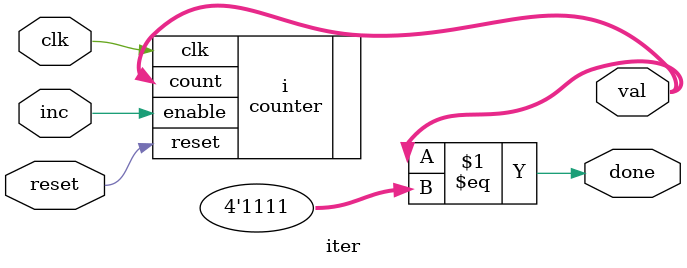
<source format=v>
`ifndef ITER_V
`define ITER_V

`include "directives.v"

`include "counter.v"

module iter #(
    parameter integer MAX_VALUE = 15,
    parameter WIDTH = $clog2(MAX_VALUE + 1)
) (
    input wire clk,
    input wire reset,
    input wire inc,
    output wire [WIDTH-1:0] val,
    output wire done
);

  counter #(
      .MAX_VALUE(MAX_VALUE)
  ) i (
      .clk(clk),
      .reset(reset),
      .enable(inc),
      .count(val)
  );

  assign done = (val == MAX_VALUE);

endmodule

`endif

</source>
